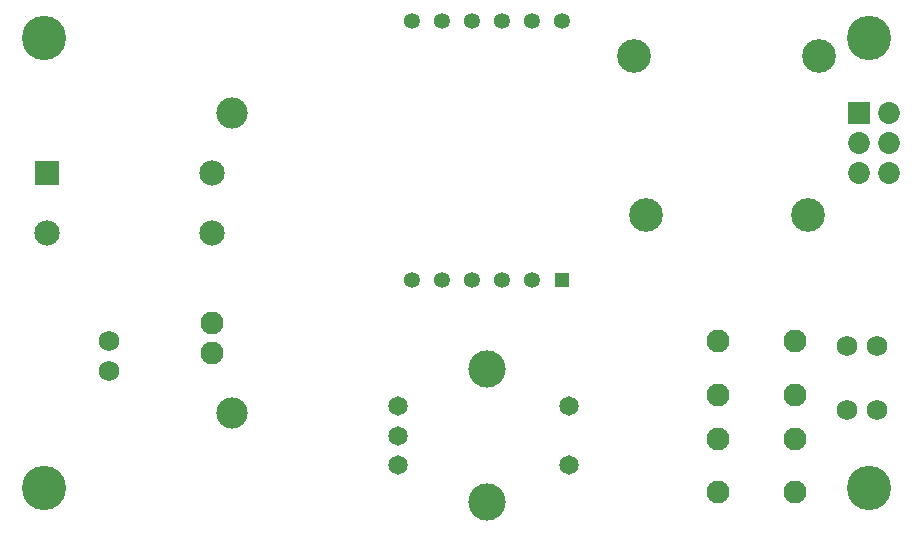
<source format=gbs>
G04 (created by PCBNEW (2013-07-07 BZR 4022)-stable) date 11/5/2013 3:30:23 PM*
%MOIN*%
G04 Gerber Fmt 3.4, Leading zero omitted, Abs format*
%FSLAX34Y34*%
G01*
G70*
G90*
G04 APERTURE LIST*
%ADD10C,0.006*%
%ADD11C,0.0847*%
%ADD12C,0.0769*%
%ADD13C,0.1044*%
%ADD14C,0.1123*%
%ADD15C,0.0768661*%
%ADD16C,0.0650551*%
%ADD17C,0.12411*%
%ADD18R,0.0493071X0.0493071*%
%ADD19C,0.0532441*%
%ADD20R,0.0729291X0.0729291*%
%ADD21C,0.0729291*%
%ADD22C,0.0689921*%
%ADD23R,0.0847402X0.0847402*%
%ADD24C,0.0847402*%
%ADD25C,0.147732*%
G04 APERTURE END LIST*
G54D10*
G54D11*
X6831Y11750D03*
X6831Y9750D03*
G54D12*
X6831Y6750D03*
X6831Y5750D03*
G54D13*
X7500Y3750D03*
X7500Y13750D03*
G54D14*
X21303Y10343D03*
X26697Y10343D03*
X20909Y15657D03*
X27091Y15657D03*
G54D15*
X23720Y2885D03*
X26279Y2885D03*
X23720Y1114D03*
X26279Y1114D03*
X23720Y6135D03*
X26279Y6135D03*
X23720Y4364D03*
X26279Y4364D03*
G54D16*
X18755Y2015D03*
X13047Y2015D03*
X13047Y3000D03*
X13047Y3984D03*
X18755Y3984D03*
G54D17*
X16000Y5204D03*
X16000Y795D03*
G54D18*
X18500Y8169D03*
G54D19*
X17500Y8169D03*
X16500Y8169D03*
X15500Y8169D03*
X14500Y8169D03*
X13500Y8169D03*
X13500Y16830D03*
X14500Y16830D03*
X15500Y16830D03*
X16500Y16830D03*
X17500Y16830D03*
X18500Y16830D03*
G54D20*
X28400Y13750D03*
G54D21*
X29400Y13750D03*
X28400Y12750D03*
X29400Y12750D03*
X28400Y11750D03*
X29400Y11750D03*
G54D22*
X28000Y3850D03*
X29000Y3850D03*
X28000Y6000D03*
X29000Y6000D03*
X3400Y6150D03*
X3400Y5150D03*
G54D23*
X1350Y11750D03*
G54D24*
X1350Y9750D03*
G54D25*
X28750Y1250D03*
X28750Y16250D03*
X1250Y1250D03*
X1250Y16250D03*
M02*

</source>
